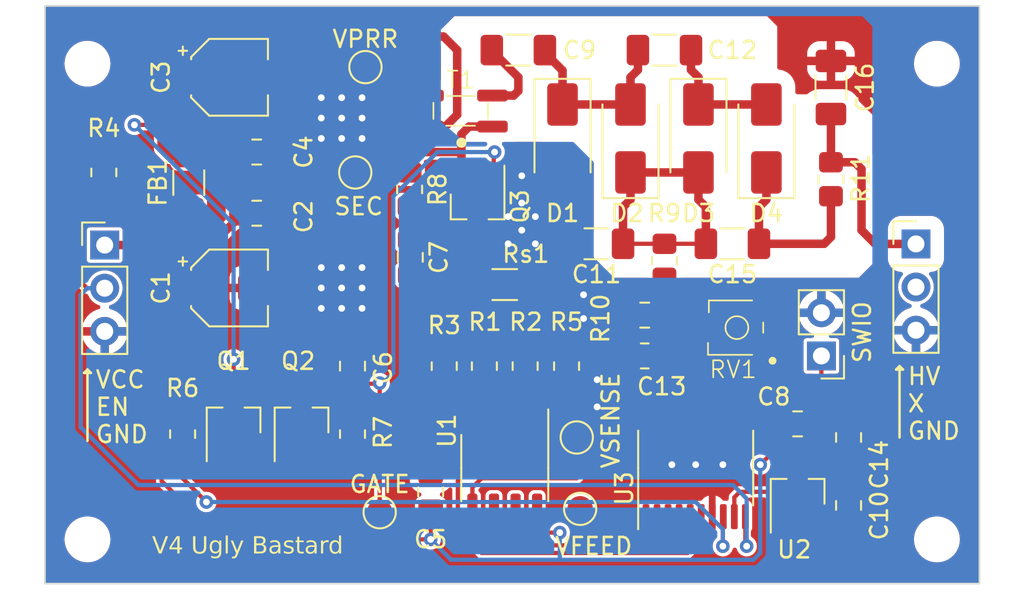
<source format=kicad_pcb>
(kicad_pcb (version 20221018) (generator pcbnew)

  (general
    (thickness 1.6)
  )

  (paper "A4")
  (layers
    (0 "F.Cu" signal)
    (31 "B.Cu" signal)
    (32 "B.Adhes" user "B.Adhesive")
    (33 "F.Adhes" user "F.Adhesive")
    (34 "B.Paste" user)
    (35 "F.Paste" user)
    (36 "B.SilkS" user "B.Silkscreen")
    (37 "F.SilkS" user "F.Silkscreen")
    (38 "B.Mask" user)
    (39 "F.Mask" user)
    (40 "Dwgs.User" user "User.Drawings")
    (41 "Cmts.User" user "User.Comments")
    (42 "Eco1.User" user "User.Eco1")
    (43 "Eco2.User" user "User.Eco2")
    (44 "Edge.Cuts" user)
    (45 "Margin" user)
    (46 "B.CrtYd" user "B.Courtyard")
    (47 "F.CrtYd" user "F.Courtyard")
    (48 "B.Fab" user)
    (49 "F.Fab" user)
    (50 "User.1" user)
    (51 "User.2" user)
    (52 "User.3" user)
    (53 "User.4" user)
    (54 "User.5" user)
    (55 "User.6" user)
    (56 "User.7" user)
    (57 "User.8" user)
    (58 "User.9" user)
  )

  (setup
    (pad_to_mask_clearance 0)
    (pcbplotparams
      (layerselection 0x00010fc_ffffffff)
      (plot_on_all_layers_selection 0x0000000_00000000)
      (disableapertmacros false)
      (usegerberextensions false)
      (usegerberattributes true)
      (usegerberadvancedattributes true)
      (creategerberjobfile true)
      (dashed_line_dash_ratio 12.000000)
      (dashed_line_gap_ratio 3.000000)
      (svgprecision 4)
      (plotframeref false)
      (viasonmask false)
      (mode 1)
      (useauxorigin false)
      (hpglpennumber 1)
      (hpglpenspeed 20)
      (hpglpendiameter 15.000000)
      (dxfpolygonmode true)
      (dxfimperialunits true)
      (dxfusepcbnewfont true)
      (psnegative false)
      (psa4output false)
      (plotreference true)
      (plotvalue true)
      (plotinvisibletext false)
      (sketchpadsonfab false)
      (subtractmaskfromsilk false)
      (outputformat 1)
      (mirror false)
      (drillshape 1)
      (scaleselection 1)
      (outputdirectory "")
    )
  )

  (net 0 "")
  (net 1 "VCC")
  (net 2 "GND")
  (net 3 "/VPR")
  (net 4 "Net-(Q3-G)")
  (net 5 "/RFEED_H")
  (net 6 "Net-(D1-K)")
  (net 7 "Net-(D2-K)")
  (net 8 "Net-(D3-K)")
  (net 9 "Net-(D4-K)")
  (net 10 "Net-(C7-Pad1)")
  (net 11 "VDD")
  (net 12 "Net-(C9-Pad1)")
  (net 13 "VPP")
  (net 14 "/ENABLE")
  (net 15 "unconnected-(J2-Pin_2-Pad2)")
  (net 16 "Net-(U1B-+)")
  (net 17 "Net-(Q1-B)")
  (net 18 "/MOS_D")
  (net 19 "Net-(Q1-E)")
  (net 20 "Net-(U1A-+)")
  (net 21 "/VSENSE")
  (net 22 "Net-(U1A--)")
  (net 23 "/GATE_DRV")
  (net 24 "/VFEED")
  (net 25 "/SWIO")
  (net 26 "Net-(R10-Pad2)")
  (net 27 "unconnected-(U3-PD4_A7_T2AETR2-Pad1)")
  (net 28 "unconnected-(U3-PD5_A5_UART_TX-Pad2)")
  (net 29 "unconnected-(U3-PD6_A6_UART_RX-Pad3)")
  (net 30 "unconnected-(U3-PD7_NRST_T2CH4-Pad4)")
  (net 31 "unconnected-(U3-PC1_SDA-Pad11)")
  (net 32 "unconnected-(U3-PC2_SCL-Pad12)")
  (net 33 "unconnected-(U3-PC3-Pad13)")
  (net 34 "unconnected-(U3-PC4_A2_T1CH4-Pad14)")
  (net 35 "unconnected-(U3-PC5_SCK-Pad15)")
  (net 36 "unconnected-(U3-PC6_MOSI-Pad16)")
  (net 37 "unconnected-(U3-PC7_MISO-Pad17)")
  (net 38 "unconnected-(U3-PD2_A3_T2CH1-Pad19)")
  (net 39 "unconnected-(U3-PD2_A4_T1CH2-Pad20)")

  (footprint "Resistor_SMD:R_0805_2012Metric_Pad1.20x1.40mm_HandSolder" (layer "F.Cu") (at 136.7625 44.8 -90))

  (footprint "Resistor_SMD:R_0805_2012Metric_Pad1.20x1.40mm_HandSolder" (layer "F.Cu") (at 132 44.8 90))

  (footprint "MountingHole:MountingHole_2.2mm_M2_DIN965" (layer "F.Cu") (at 111 55))

  (footprint "Connector_PinHeader_2.54mm:PinHeader_1x03_P2.54mm_Vertical" (layer "F.Cu") (at 112.0145 37.675))

  (footprint "Resistor_SMD:R_0805_2012Metric_Pad1.20x1.40mm_HandSolder" (layer "F.Cu") (at 154.7625 33.8 90))

  (footprint "Capacitor_SMD:C_1206_3216Metric_Pad1.33x1.80mm_HandSolder" (layer "F.Cu") (at 154.7625 28.4 90))

  (footprint "Capacitor_SMD:C_0805_2012Metric_Pad1.18x1.45mm_HandSolder" (layer "F.Cu") (at 126.6 44.8 90))

  (footprint "Package_TO_SOT_SMD:SOT-23_Handsoldering" (layer "F.Cu") (at 123.6 48 90))

  (footprint "MountingHole:MountingHole_2.2mm_M2_DIN965" (layer "F.Cu") (at 161 27))

  (footprint "TestPoint:TestPoint_Pad_D1.5mm" (layer "F.Cu") (at 139.8 49))

  (footprint "TestPoint:TestPoint_Pad_D1.5mm" (layer "F.Cu") (at 128.2 53.4))

  (footprint "MountingHole:MountingHole_2.2mm_M2_DIN965" (layer "F.Cu") (at 161 55))

  (footprint "Resistor_SMD:R_0805_2012Metric_Pad1.20x1.40mm_HandSolder" (layer "F.Cu") (at 126.6 48.8 90))

  (footprint "Diode_SMD:D_SMA" (layer "F.Cu") (at 142.9625 31.4 90))

  (footprint "Resistor_SMD:R_0805_2012Metric_Pad1.20x1.40mm_HandSolder" (layer "F.Cu") (at 134.3625 44.8 -90))

  (footprint "TestPoint:TestPoint_Pad_D1.5mm" (layer "F.Cu") (at 127.3625 27.2))

  (footprint "Capacitor_SMD:C_1206_3216Metric_Pad1.33x1.80mm_HandSolder" (layer "F.Cu") (at 144.9625 26.2))

  (footprint "Package_TO_SOT_SMD:SOT-23_Handsoldering" (layer "F.Cu") (at 152.8 52.2 90))

  (footprint "Connector_PinHeader_2.54mm:PinHeader_1x03_P2.54mm_Vertical" (layer "F.Cu") (at 159.7665 37.607))

  (footprint "lcsc_misc:ATB322524-0110-T000" (layer "F.Cu") (at 132.9625 29.8))

  (footprint "Resistor_SMD:R_1206_3216Metric_Pad1.30x1.75mm_HandSolder" (layer "F.Cu") (at 116.9625 34 90))

  (footprint "Capacitor_SMD:C_0805_2012Metric_Pad1.18x1.45mm_HandSolder" (layer "F.Cu") (at 143.8 41.8 180))

  (footprint "lcsc_misc:VG039NCHXTB222" (layer "F.Cu") (at 147.625 42.584861 90))

  (footprint "Capacitor_SMD:CP_Elec_4x5.4" (layer "F.Cu") (at 119.3625 27.8))

  (footprint "Resistor_SMD:R_0805_2012Metric_Pad1.20x1.40mm_HandSolder" (layer "F.Cu") (at 144.9625 38.6 -90))

  (footprint "Capacitor_SMD:C_0805_2012Metric_Pad1.18x1.45mm_HandSolder" (layer "F.Cu") (at 120.9625 32.2))

  (footprint "Capacitor_SMD:C_0805_2012Metric_Pad1.18x1.45mm_HandSolder" (layer "F.Cu") (at 130 38.4 -90))

  (footprint "Resistor_SMD:R_1206_3216Metric_Pad1.30x1.75mm_HandSolder" (layer "F.Cu") (at 135.5625 40))

  (footprint "MountingHole:MountingHole_2.2mm_M2_DIN965" (layer "F.Cu") (at 111 27))

  (footprint "Capacitor_SMD:C_0805_2012Metric_Pad1.18x1.45mm_HandSolder" (layer "F.Cu") (at 155.8 53 -90))

  (footprint "Diode_SMD:D_SMA" (layer "F.Cu") (at 146.9625 31.4 -90))

  (footprint "Resistor_SMD:R_0805_2012Metric_Pad1.20x1.40mm_HandSolder" (layer "F.Cu") (at 116.6 48.8 90))

  (footprint "Resistor_SMD:R_0805_2012Metric_Pad1.20x1.40mm_HandSolder" (layer "F.Cu") (at 111.9625 33.4 90))

  (footprint "Package_TO_SOT_SMD:SOT-23_Handsoldering" (layer "F.Cu") (at 119.6 48 90))

  (footprint "Capacitor_SMD:C_0805_2012Metric_Pad1.18x1.45mm_HandSolder" (layer "F.Cu") (at 155.8 49 90))

  (footprint "Capacitor_SMD:C_1206_3216Metric_Pad1.33x1.80mm_HandSolder" (layer "F.Cu") (at 148.9625 37.6))

  (footprint "Capacitor_SMD:C_1206_3216Metric_Pad1.33x1.80mm_HandSolder" (layer "F.Cu") (at 136.3625 26.2))

  (footprint "Resistor_SMD:R_0805_2012Metric_Pad1.20x1.40mm_HandSolder" (layer "F.Cu") (at 143.8 44.2))

  (footprint "Diode_SMD:D_SMA" (layer "F.Cu") (at 150.9625 31.4 90))

  (footprint "Package_TO_SOT_SMD:SOT-23_Handsoldering" (layer "F.Cu") (at 133.9625 35.4 -90))

  (footprint "Diode_SMD:D_SMA" (layer "F.Cu") (at 138.9625 31.4 -90))

  (footprint "Connector_PinHeader_2.54mm:PinHeader_1x02_P2.54mm_Vertical" (layer "F.Cu") (at 154.2 44.2 180))

  (footprint "Package_SO:SOIC-8_3.9x4.9mm_P1.27mm" (layer "F.Cu") (at 135.5625 50.8 -90))

  (footprint "Resistor_SMD:R_0805_2012Metric_Pad1.20x1.40mm_HandSolder" (layer "F.Cu") (at 139.2 44.8 90))

  (footprint "Capacitor_SMD:CP_Elec_4x5.4" (layer "F.Cu") (at 119.3625 40.2))

  (footprint "Package_SO:TSSOP-20_4.4x6.5mm_P0.65mm" (layer "F.Cu") (at 146.8 50.8 90))

  (footprint "Capacitor_SMD:C_1206_3216Metric_Pad1.33x1.80mm_HandSolder" (layer "F.Cu") (at 140.9625 37.6))

  (footprint "Capacitor_SMD:C_0805_2012Metric_Pad1.18x1.45mm_HandSolder" (layer "F.Cu") (at 131.2 52.2 90))

  (footprint "Resistor_SMD:R_0805_2012Metric_Pad1.20x1.40mm_HandSolder" (layer "F.Cu") (at 129.9625 34.4 -90))

  (footprint "TestPoint:TestPoint_Pad_D1.5mm" (layer "F.Cu") (at 126.7625 33.4))

  (footprint "TestPoint:TestPoint_Pad_D1.5mm" (layer "F.Cu") (at 140 53.2))

  (footprint "Capacitor_SMD:C_0805_2012Metric_Pad1.18x1.45mm_HandSolder" (layer "F.Cu") (at 120.9625 35.8))

  (footprint "Capacitor_SMD:C_0805_2012Metric_Pad1.18x1.45mm_HandSolder" (layer "F.Cu") (at 152.8 48.2))

  (gr_line (start 110.8 45.2) (end 111.2 45.2)
    (stroke (width 0.15) (type default)) (layer "F.SilkS") (tstamp 0ae0131c-fff4-46b6-b449-9c0993df9f9c))
  (gr_line (start 158.8 44.8) (end 158.6 45)
    (stroke (width 0.15) (type default)) (layer "F.SilkS") (tstamp 1020d271-1bc7-4f3d-a11d-9dcd8fafd51d))
  (gr_line (start 111 45) (end 111 49.2)
    (stroke (width 0.15) (type default)) (layer "F.SilkS") (tstamp 1477062b-458a-4957-9f25-7f0e5be0530b))
  (gr_line (start 111.2 45.2) (end 111 45)
    (stroke (width 0.15) (type default)) (layer "F.SilkS") (tstamp 1a242a07-27af-487c-9480-dd142d5c6339))
  (gr_line (start 159 45) (end 158.8 44.8)
    (stroke (width 0.15) (type default)) (layer "F.SilkS") (tstamp 28b3c116-76b5-4719-9f55-687c9bd2dd76))
  (gr_line (start 158.6 45) (end 159 45)
    (stroke (width 0.15) (type default)) (layer "F.SilkS") (tstamp 5a6bdfc8-bb55-4190-9024-06a17bfe8fc3))
  (gr_line (start 158.8 44.8) (end 158.8 49)
    (stroke (width 0.15) (type default)) (layer "F.SilkS") (tstamp 839d92c9-6ae5-46c2-bc78-289c43e422ee))
  (gr_line (start 111 45) (end 110.8 45.2)
    (stroke (width 0.15) (type default)) (layer "F.SilkS") (tstamp fd367d7d-94a2-41b8-abb2-7e91f863b4be))
  (gr_rect (start 108.5 23.6) (end 163.5 57.6)
    (stroke (width 0.1) (type default)) (fill none) (layer "Edge.Cuts") (tstamp f237f43f-3bb2-4665-92f8-866e22f3400d))
  (gr_text "HV\nX\nGND\n" (at 159.2 49.2) (layer "F.SilkS") (tstamp 2973b3db-14b4-45bd-a5e6-45d896998617)
    (effects (font (size 1 1) (thickness 0.15)) (justify left bottom))
  )
  (gr_text "VCC\nEN\nGND\n" (at 111.4 49.4) (layer "F.SilkS") (tstamp a6124a94-4cc1-4f7b-8539-0164ff84cb4d)
    (effects (font (size 1 1) (thickness 0.15)) (justify left bottom))
  )
  (gr_text "V4 Ugly Bastard" (at 114.8 56) (layer "F.SilkS") (tstamp abfe6c00-3f3c-4d2d-97f6-5b15008b7efa)
    (effects (font (face "Franklin Gothic Medium") (size 1 1) (thickness 0.15)) (justify left bottom))
    (render_cache "V4 Ugly Bastard" 0
      (polygon
        (pts
          (xy 115.263572 55.83)          (xy 115.09187 55.83)          (xy 114.802686 54.892107)          (xy 114.981472 54.892107)
          (xy 115.196406 55.597725)          (xy 115.416224 54.892107)          (xy 115.556908 54.892107)
        )
      )
      (polygon
        (pts
          (xy 116.193649 55.83)          (xy 116.019748 55.83)          (xy 116.019748 55.626789)          (xy 115.603558 55.626789)
          (xy 115.603558 55.506866)          (xy 116.019748 54.892107)          (xy 116.193649 54.892107)          (xy 116.193649 55.486106)
          (xy 116.334577 55.486106)          (xy 116.334577 55.626789)          (xy 116.193649 55.626789)
        )
          (pts
            (xy 116.032205 55.081639)            (xy 115.766468 55.486106)            (xy 116.019748 55.486106)            (xy 116.019748 55.238688)
            (xy 116.01985 55.22652)            (xy 116.020154 55.214745)            (xy 116.020661 55.203364)            (xy 116.02137 55.192377)
            (xy 116.022283 55.181783)            (xy 116.023398 55.171583)            (xy 116.0239 55.167613)
          )
      )
      (polygon
        (pts
          (xy 117.473237 54.892107)          (xy 117.473237 55.495387)          (xy 117.47313 55.510492)          (xy 117.472806 55.525154)
          (xy 117.472267 55.539373)          (xy 117.471512 55.55315)          (xy 117.470542 55.566484)          (xy 117.469356 55.579376)
          (xy 117.467955 55.591825)          (xy 117.466338 55.603831)          (xy 117.464505 55.615394)          (xy 117.462456 55.626515)
          (xy 117.460192 55.637193)          (xy 117.457713 55.647428)          (xy 117.455018 55.657221)          (xy 117.452107 55.666571)
          (xy 117.447336 55.679765)          (xy 117.445638 55.683942)          (xy 117.440058 55.696148)          (xy 117.433577 55.708036)
          (xy 117.426194 55.719607)          (xy 117.417909 55.73086)          (xy 117.408723 55.741795)          (xy 117.398635 55.752412)
          (xy 117.391408 55.759314)          (xy 117.383782 55.766075)          (xy 117.375754 55.772694)          (xy 117.367326 55.779172)
          (xy 117.358497 55.785509)          (xy 117.349267 55.791705)          (xy 117.339637 55.797759)          (xy 117.32967 55.803556)
          (xy 117.319433 55.808979)          (xy 117.308925 55.814028)          (xy 117.298146 55.818703)          (xy 117.287096 55.823004)
          (xy 117.275775 55.826931)          (xy 117.264183 55.830484)          (xy 117.25232 55.833663)          (xy 117.240186 55.836468)
          (xy 117.227781 55.838899)          (xy 117.215105 55.840956)          (xy 117.202158 55.842639)          (xy 117.188941 55.843948)
          (xy 117.175452 55.844883)          (xy 117.161692 55.845444)          (xy 117.147662 55.845631)          (xy 117.133472 55.84547)
          (xy 117.119601 55.844986)          (xy 117.106048 55.84418)          (xy 117.092814 55.843051)          (xy 117.079899 55.8416)
          (xy 117.067302 55.839826)          (xy 117.055024 55.83773)          (xy 117.043065 55.835312)          (xy 117.031424 55.832571)
          (xy 117.020102 55.829507)          (xy 117.009099 55.826121)          (xy 116.998414 55.822413)          (xy 116.988048 55.818382)
          (xy 116.978001 55.814028)          (xy 116.968272 55.809352)          (xy 116.958862 55.804354)          (xy 116.949804 55.799075)
          (xy 116.94107 55.793558)          (xy 116.932661 55.787802)          (xy 116.924576 55.781807)          (xy 116.916816 55.775574)
          (xy 116.90938 55.769103)          (xy 116.902268 55.762393)          (xy 116.892209 55.751881)          (xy 116.88288 55.740832)
          (xy 116.87428 55.729246)          (xy 116.86641 55.717124)          (xy 116.859271 55.704465)          (xy 116.852861 55.69127)
          (xy 116.848957 55.68211)          (xy 116.845304 55.672642)          (xy 116.841904 55.662868)          (xy 116.838756 55.652786)
          (xy 116.835859 55.642397)          (xy 116.833214 55.631701)          (xy 116.830822 55.620698)          (xy 116.828681 55.609387)
          (xy 116.826792 55.597769)          (xy 116.825154 55.585844)          (xy 116.823769 55.573612)          (xy 116.822636 55.561073)
          (xy 116.821754 55.548226)          (xy 116.821124 55.535072)          (xy 116.820747 55.521611)          (xy 116.820621 55.507843)
          (xy 116.820621 54.892107)          (xy 116.993056 54.892107)          (xy 116.993056 55.501493)          (xy 116.993258 55.51679)
          (xy 116.993865 55.531416)          (xy 116.994876 55.545374)          (xy 116.996292 55.558661)          (xy 116.998113 55.571279)
          (xy 117.000338 55.583226)          (xy 117.002967 55.594505)          (xy 117.006001 55.605113)          (xy 117.009439 55.615051)
          (xy 117.013282 55.62432)          (xy 117.019805 55.636968)          (xy 117.027239 55.648108)          (xy 117.035582 55.657742)
          (xy 117.044836 55.665868)          (xy 117.054736 55.672852)          (xy 117.064928 55.679149)          (xy 117.075413 55.684759)
          (xy 117.086189 55.689682)          (xy 117.097257 55.693918)          (xy 117.108617 55.697467)          (xy 117.120269 55.700329)
          (xy 117.132213 55.702505)          (xy 117.144449 55.703993)          (xy 117.156977 55.704795)          (xy 117.165491 55.704947)
          (xy 117.18005 55.704578)          (xy 117.194051 55.70347)          (xy 117.207493 55.701624)          (xy 117.220377 55.69904)
          (xy 117.232704 55.695716)          (xy 117.244472 55.691655)          (xy 117.255681 55.686855)          (xy 117.266333 55.681317)
          (xy 117.276427 55.67504)          (xy 117.285962 55.668025)          (xy 117.292009 55.662937)          (xy 117.300477 55.65438)
          (xy 117.308112 55.644462)          (xy 117.314914 55.633182)          (xy 117.320883 55.620542)          (xy 117.3244 55.611359)
          (xy 117.327547 55.601571)          (xy 117.330323 55.591179)          (xy 117.332729 55.580181)          (xy 117.334765 55.568579)
          (xy 117.336431 55.556371)          (xy 117.337727 55.543559)          (xy 117.338652 55.530142)          (xy 117.339207 55.51612)
          (xy 117.339392 55.501493)          (xy 117.339392 54.892107)
        )
      )
      (polygon
        (pts
          (xy 118.285833 55.001528)          (xy 118.285833 55.12658)          (xy 118.237718 55.12658)          (xy 118.226177 55.126855)
          (xy 118.215186 55.127679)          (xy 118.204745 55.129053)          (xy 118.194853 55.130976)          (xy 118.184007 55.133915)
          (xy 118.182519 55.134396)          (xy 118.173669 55.138563)          (xy 118.164887 55.145204)          (xy 118.157622 55.152626)
          (xy 118.150405 55.161766)          (xy 118.144665 55.170315)          (xy 118.138956 55.179962)          (xy 118.136113 55.185198)
          (xy 118.14608 55.193684)          (xy 118.155404 55.202288)          (xy 118.164085 55.21101)          (xy 118.172123 55.21985)
          (xy 118.179518 55.228809)          (xy 118.18627 55.237886)          (xy 118.192379 55.247082)          (xy 118.197845 55.256395)
          (xy 118.202668 55.265827)          (xy 118.206848 55.275377)          (xy 118.210384 55.285046)          (xy 118.213278 55.294833)
          (xy 118.215529 55.304738)          (xy 118.217136 55.314762)          (xy 118.218101 55.324903)          (xy 118.218422 55.335163)
          (xy 118.21812 55.34658)          (xy 118.217213 55.357748)          (xy 118.2157 55.368669)          (xy 118.213583 55.379341)
          (xy 118.210861 55.389765)          (xy 118.207535 55.399941)          (xy 118.203603 55.409869)          (xy 118.199066 55.419549)
          (xy 118.193925 55.428981)          (xy 118.188178 55.438165)          (xy 118.181827 55.447101)          (xy 118.174871 55.455789)
          (xy 118.16731 55.464229)          (xy 118.159144 55.47242)          (xy 118.150373 55.480364)          (xy 118.140997 55.48806)
          (xy 118.131155 55.495394)          (xy 118.120924 55.502256)          (xy 118.110303 55.508645)          (xy 118.099293 55.51456)
          (xy 118.087894 55.520002)          (xy 118.076105 55.524971)          (xy 118.063927 55.529466)          (xy 118.05136 55.533489)
          (xy 118.038404 55.537038)          (xy 118.025058 55.540114)          (xy 118.011324 55.542716)          (xy 117.997199 55.544846)
          (xy 117.982686 55.546502)          (xy 117.967783 55.547685)          (xy 117.952492 55.548395)          (xy 117.93681 55.548632)
          (xy 117.926343 55.548475)          (xy 117.91555 55.548005)          (xy 117.90443 55.547221)          (xy 117.892984 55.546124)
          (xy 117.881212 55.544714)          (xy 117.869113 55.54299)          (xy 117.856688 55.540953)          (xy 117.843937 55.538603)
          (xy 117.83086 55.535939)          (xy 117.817456 55.532961)          (xy 117.808339 55.530802)          (xy 117.797061 55.536282)
          (xy 117.787288 55.542465)          (xy 117.779018 55.549349)          (xy 117.772252 55.556936)          (xy 117.766989 55.565225)
          (xy 
... [342258 chars truncated]
</source>
